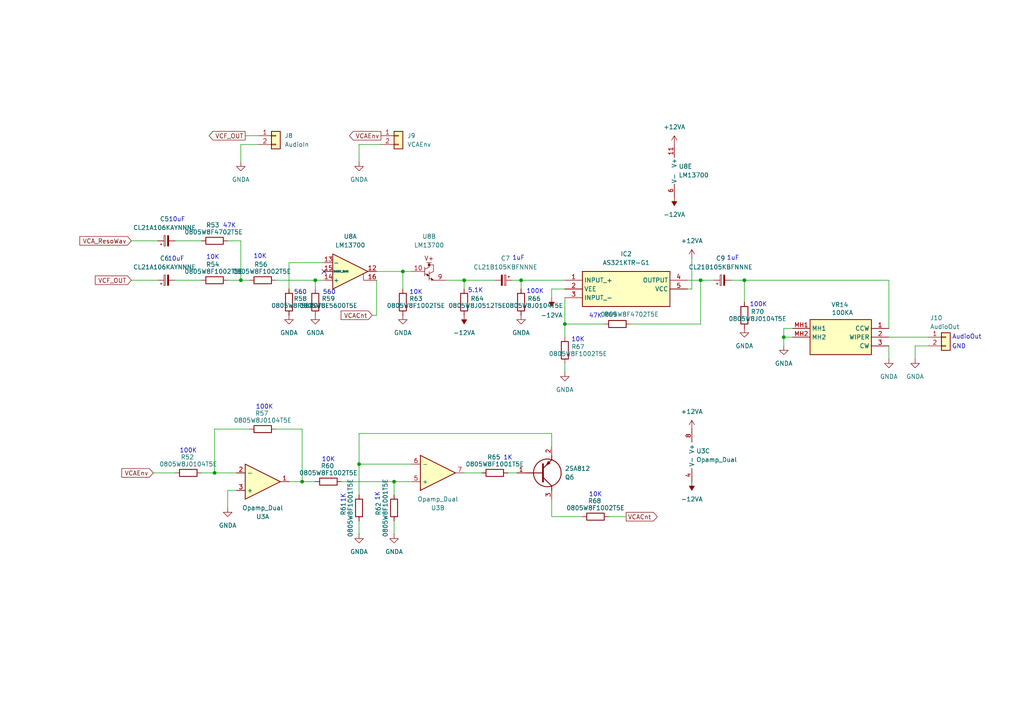
<source format=kicad_sch>
(kicad_sch (version 20250114) (generator "eeschema") (generator_version "9.0")
  (paper "A4")
  (lib_symbols
    (symbol "Amplifier_Operational:LM13700" (pin_names (offset 0.127))
      (property "Reference" "U" (at 3.81 5.08 0))
      (property "Value" "LM13700" (at 5.08 -5.08 0))
      (symbol "LM13700_1_1"
        (polyline (pts (xy 3.81 -0.635) (xy 3.81 -2.54) (xy 5.08 -2.54)))
        (polyline (pts (xy 5.08 0) (xy -5.08 -5.08) (xy -5.08 5.08) (xy 5.08 0)) (stroke (width 0.254)) (fill (type background)))
        (pin input line (at -7.62 2.54 0) (length 2.54) (name "-") (number "13"))
        (pin input line (at -7.62 0 0) (length 2.54) (name "DIODE_BIAS") (number "15"))
        (pin input line (at -7.62 -2.54 0) (length 2.54) (name "+") (number "14"))
        (pin output line (at 7.62 0 180) (length 2.54) (name "~") (number "12"))
        (pin input line (at 7.62 -2.54 180) (length 2.54) (name "~") (number "16"))
      )
      (symbol "LM13700_2_0"
        (polyline (pts (xy -1.905 2.54) (xy -3.175 2.54)))
      )
      (symbol "LM13700_2_1"
        (polyline (pts (xy -3.81 1.27) (xy -3.81 -1.27)))
        (polyline (pts (xy -3.81 0.635) (xy -2.54 1.27) (xy -2.54 1.905) (xy -2.54 2.54)))
        (polyline (pts (xy -3.81 -0.635) (xy -2.54 -1.27)))
        (circle (center -2.54 1.905) (radius 0.254) (stroke (width 0.254)) (fill (type outline)))
        (polyline (pts (xy -2.54 0) (xy -2.54 -2.54)))
        (polyline (pts (xy -2.54 -0.635) (xy -1.27 0) (xy -1.27 1.905) (xy -2.54 1.905)))
        (polyline (pts (xy -2.54 -1.27) (xy -3.175 -0.635) (xy -3.175 -1.27) (xy -2.54 -1.27)) (fill (type outline)))
        (polyline (pts (xy -2.54 -1.905) (xy -1.27 -2.54)))
        (polyline (pts (xy -1.27 -2.54) (xy -1.905 -1.905) (xy -1.905 -2.54) (xy -1.27 -2.54)) (fill (type outline)))
        (text "V+" (at -2.54 3.81 0) (effects (font (size 1.27 1.27))))
        (pin input line (at -7.62 0 0) (length 3.81) (name "~") (number "10"))
        (pin output line (at 2.54 -2.54 180) (length 3.81) (name "~") (number "9"))
      )
      (symbol "LM13700_3_1"
        (polyline (pts (xy 3.81 -0.635) (xy 3.81 -2.54) (xy 5.08 -2.54)))
        (polyline (pts (xy 5.08 0) (xy -5.08 -5.08) (xy -5.08 5.08) (xy 5.08 0)) (stroke (width 0.254)) (fill (type background)))
        (pin input line (at -7.62 2.54 0) (length 2.54) (name "-") (number "4"))
        (pin input line (at -7.62 0 0) (length 2.54) (name "DIODE_BIAS") (number "2"))
        (pin input line (at -7.62 -2.54 0) (length 2.54) (name "+") (number "3"))
        (pin output line (at 7.62 0 180) (length 2.54) (name "~") (number "5"))
        (pin input line (at 7.62 -2.54 180) (length 2.54) (name "~") (number "1"))
      )
      (symbol "LM13700_4_0"
        (polyline (pts (xy -3.175 2.54) (xy -1.905 2.54)))
        (text "V+" (at -2.54 3.81 0) (effects (font (size 1.27 1.27))))
      )
      (symbol "LM13700_4_1"
        (polyline (pts (xy -3.81 1.27) (xy -3.81 -1.27)))
        (polyline (pts (xy -3.81 0.635) (xy -2.54 1.27) (xy -2.54 2.54)))
        (polyline (pts (xy -3.81 -0.635) (xy -2.54 -1.27)))
        (circle (center -2.54 1.905) (radius 0.254) (stroke (width 0.254)) (fill (type outline)))
        (polyline (pts (xy -2.54 0) (xy -2.54 -2.54)))
        (polyline (pts (xy -2.54 -0.635) (xy -1.27 0) (xy -1.27 1.905) (xy -2.54 1.905)))
        (polyline (pts (xy -2.54 -1.27) (xy -3.175 -0.635) (xy -3.175 -1.27) (xy -2.54 -1.27)) (fill (type outline)))
        (polyline (pts (xy -2.54 -1.905) (xy -1.27 -2.54)))
        (polyline (pts (xy -1.27 -2.54) (xy -1.905 -1.905) (xy -1.905 -2.54) (xy -1.27 -2.54)) (fill (type outline)))
        (pin input line (at -7.62 0 0) (length 3.81) (name "~") (number "7"))
        (pin output line (at 2.54 -2.54 180) (length 3.81) (name "~") (number "8"))
      )
      (symbol "LM13700_5_1"
        (pin power_in line (at -2.54 7.62 270) (length 3.81) (name "V+") (number "11"))
        (pin power_in line (at -2.54 -7.62 90) (length 3.81) (name "V-") (number "6"))
      )
    )
    (symbol "Connector_Generic:Conn_01x02" (pin_names (offset 1.016) (hide yes))
      (property "Reference" "J" (at 0 2.54 0))
      (property "Value" "Conn_01x02" (at 0 -5.08 0))
      (symbol "Conn_01x02_1_1"
        (rectangle (start -1.27 1.27) (end 1.27 -3.81) (stroke (width 0.254)) (fill (type background)))
        (rectangle (start -1.27 0.127) (end 0 -0.127) (stroke (width 0.1524)))
        (rectangle (start -1.27 -2.413) (end 0 -2.667) (stroke (width 0.1524)))
        (pin passive line (at -5.08 0 0) (length 3.81) (name "Pin_1") (number "1"))
        (pin passive line (at -5.08 -2.54 0) (length 3.81) (name "Pin_2") (number "2"))
      )
    )
    (symbol "Device:C_Polarized_Small" (pin_numbers (hide yes)) (pin_names (offset 0.254) (hide yes))
      (property "Reference" "C" (at 0.254 1.778 0))
      (property "Value" "C_Polarized_Small" (at 0.254 -2.032 0))
      (symbol "C_Polarized_Small_0_1"
        (rectangle (start -1.524 0.6858) (end 1.524 0.3048))
        (rectangle (start -1.524 -0.3048) (end 1.524 -0.6858) (fill (type outline)))
        (polyline (pts (xy -1.27 1.524) (xy -0.762 1.524)))
        (polyline (pts (xy -1.016 1.27) (xy -1.016 1.778)))
      )
      (symbol "C_Polarized_Small_1_1"
        (pin passive line (at 0 2.54 270) (length 1.8542) (name "~") (number "1"))
        (pin passive line (at 0 -2.54 90) (length 1.8542) (name "~") (number "2"))
      )
    )
    (symbol "Device:Opamp_Dual"
      (property "Reference" "U" (at 0 5.08 0))
      (property "Value" "Opamp_Dual" (at 0 -5.08 0))
      (symbol "Opamp_Dual_1_1"
        (polyline (pts (xy -5.08 5.08) (xy 5.08 0) (xy -5.08 -5.08) (xy -5.08 5.08)) (stroke (width 0.254)) (fill (type background)))
        (pin input line (at -7.62 2.54 0) (length 2.54) (name "+") (number "3"))
        (pin input line (at -7.62 -2.54 0) (length 2.54) (name "-") (number "2"))
        (pin output line (at 7.62 0 180) (length 2.54) (name "~") (number "1"))
      )
      (symbol "Opamp_Dual_2_1"
        (polyline (pts (xy -5.08 5.08) (xy 5.08 0) (xy -5.08 -5.08) (xy -5.08 5.08)) (stroke (width 0.254)) (fill (type background)))
        (pin input line (at -7.62 2.54 0) (length 2.54) (name "+") (number "5"))
        (pin input line (at -7.62 -2.54 0) (length 2.54) (name "-") (number "6"))
        (pin output line (at 7.62 0 180) (length 2.54) (name "~") (number "7"))
      )
      (symbol "Opamp_Dual_3_1"
        (pin power_in line (at -2.54 7.62 270) (length 3.81) (name "V+") (number "8"))
        (pin power_in line (at -2.54 -7.62 90) (length 3.81) (name "V-") (number "4"))
      )
    )
    (symbol "Device:R" (pin_numbers (hide yes)) (pin_names (offset 0))
      (property "Reference" "R" (at 2.032 0 90))
      (property "Value" "R" (at 0 0 90))
      (symbol "R_0_1"
        (rectangle (start -1.016 -2.54) (end 1.016 2.54) (stroke (width 0.254)))
      )
      (symbol "R_1_1"
        (pin passive line (at 0 3.81 270) (length 1.27) (name "~") (number "1"))
        (pin passive line (at 0 -3.81 90) (length 1.27) (name "~") (number "2"))
      )
    )
    (symbol "SamacSys_Parts:2SA812" (pin_names (hide yes))
      (property "Reference" "Q" (at 13.97 1.27 0))
      (property "Value" "2SA812" (at 13.97 -1.27 0))
      (symbol "2SA812_1_1"
        (polyline (pts (xy 2.54 0) (xy 7.62 0)) (stroke (width 0.254)))
        (polyline (pts (xy 7.62 2.54) (xy 7.62 -2.54)) (stroke (width 0.508)))
        (polyline (pts (xy 7.62 1.27) (xy 10.16 3.81)) (stroke (width 0.254)))
        (polyline (pts (xy 7.62 -1.27) (xy 10.16 -3.81)) (stroke (width 0.254)))
        (circle (center 8.89 0) (radius 4.016) (stroke (width 0.254)))
        (polyline (pts (xy 9.652 -2.794) (xy 9.144 -3.302) (xy 8.636 -2.286) (xy 9.652 -2.794)) (stroke (width 0.254)) (fill (type outline)))
        (polyline (pts (xy 10.16 3.81) (xy 10.16 5.08)) (stroke (width 0.254)))
        (polyline (pts (xy 10.16 -3.81) (xy 10.16 -5.08)) (stroke (width 0.254)))
        (pin passive line (at 0 0 0) (length 2.54) (name "B") (number "1"))
        (pin passive line (at 10.16 7.62 270) (length 2.54) (name "C") (number "3"))
        (pin passive line (at 10.16 -7.62 90) (length 2.54) (name "E") (number "2"))
      )
    )
    (symbol "SamacSys_Parts:AS321KTR-E1"
      (property "Reference" "D" (at 31.75 7.62 0))
      (property "Value" "AS321KTR-E1" (at 31.75 5.08 0))
      (symbol "AS321KTR-E1_1_1"
        (rectangle (start 5.08 2.54) (end 30.48 -7.62) (stroke (width 0.254)) (fill (type background)))
        (pin passive line (at 0 0 0) (length 5.08) (name "INPUT_+") (number "1"))
        (pin passive line (at 0 -2.54 0) (length 5.08) (name "VEE") (number "2"))
        (pin passive line (at 0 -5.08 0) (length 5.08) (name "INPUT_-") (number "3"))
        (pin passive line (at 35.56 0 180) (length 5.08) (name "OUTPUT") (number "4"))
        (pin passive line (at 35.56 -2.54 180) (length 5.08) (name "VCC") (number "5"))
      )
    )
    (symbol "SamacSys_Parts:RK09D117000B"
      (property "Reference" "VR" (at 24.13 7.62 0))
      (property "Value" "RK09D117000B" (at 24.13 5.08 0))
      (symbol "RK09D117000B_1_1"
        (rectangle (start 5.08 2.54) (end 22.86 -7.62) (stroke (width 0.254)) (fill (type background)))
        (pin passive line (at 0 0 0) (length 5.08) (name "CCW") (number "1"))
        (pin passive line (at 0 -2.54 0) (length 5.08) (name "WIPER") (number "2"))
        (pin passive line (at 0 -5.08 0) (length 5.08) (name "CW") (number "3"))
        (pin passive line (at 27.94 0 180) (length 5.08) (name "MH1") (number "MH1"))
        (pin passive line (at 27.94 -2.54 180) (length 5.08) (name "MH2") (number "MH2"))
      )
    )
    (symbol "power:+12VA" (power) (pin_numbers (hide yes)) (pin_names (offset 0) (hide yes))
      (property "Value" "+12VA" (at 0 3.556 0))
      (symbol "+12VA_0_1"
        (polyline (pts (xy -0.762 1.27) (xy 0 2.54)))
        (polyline (pts (xy 0 2.54) (xy 0.762 1.27)))
        (polyline (pts (xy 0 0) (xy 0 2.54)))
      )
      (symbol "+12VA_1_1"
        (pin power_in line (at 0 0 90) (length 0) (name "~") (number "1"))
      )
    )
    (symbol "power:-12VA" (power) (pin_numbers (hide yes)) (pin_names (offset 0) (hide yes))
      (property "Value" "-12VA" (at 0 3.556 0))
      (symbol "-12VA_0_0"
        (pin power_in line (at 0 0 90) (length 0) (name "~") (number "1"))
      )
      (symbol "-12VA_0_1"
        (polyline (pts (xy 0 0) (xy 0 1.27) (xy 0.762 1.27) (xy 0 2.54) (xy -0.762 1.27) (xy 0 1.27)) (fill (type outline)))
      )
    )
    (symbol "power:GNDA" (power) (pin_numbers (hide yes)) (pin_names (offset 0) (hide yes))
      (property "Value" "GNDA" (at 0 -3.81 0))
      (symbol "GNDA_0_1"
        (polyline (pts (xy 0 0) (xy 0 -1.27) (xy 1.27 -1.27) (xy 0 -2.54) (xy -1.27 -1.27) (xy 0 -1.27)))
      )
      (symbol "GNDA_1_1"
        (pin power_in line (at 0 0 270) (length 0) (name "~") (number "1"))
      )
    )
  )
  (text "10K" (at 61.722 74.676 0) (effects (font (size 1.27 1.27))))
  (text "10K" (at 95.25 133.35 0) (effects (font (size 1.27 1.27))))
  (text "10K" (at 172.72 143.51 0) (effects (font (size 1.27 1.27))))
  (text "100K" (at 219.964 88.392 0) (effects (font (size 1.27 1.27))))
  (text "47K" (at 66.548 65.532 0) (effects (font (size 1.27 1.27))))
  (text "1uF" (at 212.598 74.93 0) (effects (font (size 1.27 1.27))))
  (text "10K" (at 167.64 98.552 0) (effects (font (size 1.27 1.27))))
  (text "10uF" (at 51.308 63.754 0) (effects (font (size 1.27 1.27))))
  (text "10uF" (at 51.054 75.184 0) (effects (font (size 1.27 1.27))))
  (text "100K" (at 155.194 84.582 0) (effects (font (size 1.27 1.27))))
  (text "5.1K" (at 137.922 84.328 0) (effects (font (size 1.27 1.27))))
  (text "560" (at 87.122 84.836 0) (effects (font (size 1.27 1.27))))
  (text "100K" (at 76.708 118.11 0) (effects (font (size 1.27 1.27))))
  (text "100K" (at 54.61 130.81 0) (effects (font (size 1.27 1.27))))
  (text "10K" (at 75.438 74.422 0) (effects (font (size 1.27 1.27))))
  (text "1K" (at 109.474 144.018 90) (effects (font (size 1.27 1.27))))
  (text "560" (at 95.504 84.836 0) (effects (font (size 1.27 1.27))))
  (text "1K" (at 147.32 132.842 0) (effects (font (size 1.27 1.27))))
  (text "GND" (at 278.13 100.584 0) (effects (font (size 1.27 1.27))))
  (text "1uF" (at 150.368 74.93 0) (effects (font (size 1.27 1.27))))
  (text "47K" (at 172.72 91.694 0) (effects (font (size 1.27 1.27))))
  (text "10K" (at 120.65 84.836 0) (effects (font (size 1.27 1.27))))
  (text "1K" (at 99.568 144.526 90) (effects (font (size 1.27 1.27))))
  (text "AudioOut" (at 280.416 97.79 0) (effects (font (size 1.27 1.27))))
  (junction (at 62.23 137.16))
  (junction (at 116.84 78.74))
  (junction (at 215.9 81.28))
  (junction (at 163.83 93.98))
  (junction (at 104.14 134.62))
  (junction (at 203.2 81.28))
  (junction (at 91.44 81.28))
  (junction (at 87.63 139.7))
  (junction (at 227.33 97.79))
  (junction (at 69.85 81.28))
  (junction (at 134.62 81.28))
  (junction (at 151.13 81.28))
  (junction (at 114.3 139.7))
  (no_connect (at 93.98 78.74))
  (wire (pts (xy 80.01 124.46) (xy 87.63 124.46)))
  (wire (pts (xy 163.83 86.36) (xy 163.83 93.98)))
  (wire (pts (xy 160.02 83.82) (xy 160.02 86.36)))
  (wire (pts (xy 72.39 124.46) (xy 62.23 124.46)))
  (wire (pts (xy 200.66 83.82) (xy 199.39 83.82)))
  (wire (pts (xy 50.8 81.28) (xy 58.42 81.28)))
  (wire (pts (xy 104.14 125.73) (xy 104.14 134.62)))
  (wire (pts (xy 229.87 97.79) (xy 227.33 97.79)))
  (wire (pts (xy 215.9 81.28) (xy 215.9 87.63)))
  (wire (pts (xy 69.85 81.28) (xy 72.39 81.28)))
  (wire (pts (xy 109.22 91.44) (xy 107.95 91.44)))
  (wire (pts (xy 66.04 142.24) (xy 66.04 147.32)))
  (wire (pts (xy 229.87 95.25) (xy 227.33 95.25)))
  (wire (pts (xy 87.63 139.7) (xy 91.44 139.7)))
  (wire (pts (xy 50.8 69.85) (xy 58.42 69.85)))
  (wire (pts (xy 203.2 81.28) (xy 203.2 93.98)))
  (wire (pts (xy 212.09 81.28) (xy 215.9 81.28)))
  (wire (pts (xy 134.62 81.28) (xy 143.51 81.28)))
  (wire (pts (xy 91.44 81.28) (xy 80.01 81.28)))
  (wire (pts (xy 62.23 124.46) (xy 62.23 137.16)))
  (wire (pts (xy 62.23 137.16) (xy 68.58 137.16)))
  (wire (pts (xy 114.3 139.7) (xy 114.3 143.51)))
  (wire (pts (xy 114.3 151.13) (xy 114.3 154.94)))
  (wire (pts (xy 148.59 81.28) (xy 151.13 81.28)))
  (wire (pts (xy 163.83 93.98) (xy 163.83 97.79)))
  (wire (pts (xy 215.9 81.28) (xy 257.81 81.28)))
  (wire (pts (xy 160.02 125.73) (xy 160.02 129.54)))
  (wire (pts (xy 199.39 81.28) (xy 203.2 81.28)))
  (wire (pts (xy 176.53 149.86) (xy 181.61 149.86)))
  (wire (pts (xy 58.42 137.16) (xy 62.23 137.16)))
  (wire (pts (xy 93.98 76.2) (xy 83.82 76.2)))
  (wire (pts (xy 200.66 74.93) (xy 200.66 83.82)))
  (wire (pts (xy 257.81 81.28) (xy 257.81 95.25)))
  (wire (pts (xy 116.84 83.82) (xy 116.84 78.74)))
  (wire (pts (xy 160.02 125.73) (xy 104.14 125.73)))
  (wire (pts (xy 134.62 81.28) (xy 134.62 83.82)))
  (wire (pts (xy 104.14 134.62) (xy 119.38 134.62)))
  (wire (pts (xy 257.81 97.79) (xy 269.24 97.79)))
  (wire (pts (xy 116.84 78.74) (xy 119.38 78.74)))
  (wire (pts (xy 71.12 39.37) (xy 74.93 39.37)))
  (wire (pts (xy 91.44 81.28) (xy 93.98 81.28)))
  (wire (pts (xy 74.93 41.91) (xy 69.85 41.91)))
  (wire (pts (xy 160.02 144.78) (xy 160.02 149.86)))
  (wire (pts (xy 265.43 100.33) (xy 265.43 104.14)))
  (wire (pts (xy 104.14 143.51) (xy 104.14 134.62)))
  (wire (pts (xy 151.13 81.28) (xy 151.13 83.82)))
  (wire (pts (xy 69.85 41.91) (xy 69.85 46.99)))
  (wire (pts (xy 203.2 93.98) (xy 182.88 93.98)))
  (wire (pts (xy 109.22 81.28) (xy 109.22 91.44)))
  (wire (pts (xy 66.04 81.28) (xy 69.85 81.28)))
  (wire (pts (xy 129.54 81.28) (xy 134.62 81.28)))
  (wire (pts (xy 38.1 81.28) (xy 45.72 81.28)))
  (wire (pts (xy 163.83 93.98) (xy 175.26 93.98)))
  (wire (pts (xy 91.44 81.28) (xy 91.44 83.82)))
  (wire (pts (xy 44.45 137.16) (xy 50.8 137.16)))
  (wire (pts (xy 38.1 69.85) (xy 45.72 69.85)))
  (wire (pts (xy 66.04 69.85) (xy 69.85 69.85)))
  (wire (pts (xy 110.49 41.91) (xy 104.14 41.91)))
  (wire (pts (xy 87.63 139.7) (xy 87.63 124.46)))
  (wire (pts (xy 151.13 81.28) (xy 163.83 81.28)))
  (wire (pts (xy 163.83 83.82) (xy 160.02 83.82)))
  (wire (pts (xy 269.24 100.33) (xy 265.43 100.33)))
  (wire (pts (xy 227.33 97.79) (xy 227.33 100.33)))
  (wire (pts (xy 66.04 142.24) (xy 68.58 142.24)))
  (wire (pts (xy 83.82 139.7) (xy 87.63 139.7)))
  (wire (pts (xy 99.06 139.7) (xy 114.3 139.7)))
  (wire (pts (xy 83.82 76.2) (xy 83.82 83.82)))
  (wire (pts (xy 203.2 81.28) (xy 207.01 81.28)))
  (wire (pts (xy 227.33 95.25) (xy 227.33 97.79)))
  (wire (pts (xy 109.22 78.74) (xy 116.84 78.74)))
  (wire (pts (xy 104.14 41.91) (xy 104.14 46.99)))
  (wire (pts (xy 69.85 69.85) (xy 69.85 81.28)))
  (wire (pts (xy 104.14 151.13) (xy 104.14 154.94)))
  (wire (pts (xy 134.62 137.16) (xy 139.7 137.16)))
  (wire (pts (xy 163.83 105.41) (xy 163.83 107.95)))
  (wire (pts (xy 257.81 100.33) (xy 257.81 104.14)))
  (wire (pts (xy 147.32 137.16) (xy 149.86 137.16)))
  (wire (pts (xy 160.02 149.86) (xy 168.91 149.86)))
  (wire (pts (xy 119.38 139.7) (xy 114.3 139.7)))
  (global_label "VCA_ResoWav" (shape input) (at 38.1 69.85 180) (property "Intersheetrefs" "${INTERSHEET_REFS}" (effects (hide yes))))
  (global_label "VCACnt" (shape input) (at 107.95 91.44 180) (property "Intersheetrefs" "${INTERSHEET_REFS}" (effects (hide yes))))
  (global_label "VCF_OUT" (shape output) (at 71.12 39.37 180) (property "Intersheetrefs" "${INTERSHEET_REFS}" (effects (hide yes))))
  (global_label "VCACnt" (shape output) (at 181.61 149.86 0) (property "Intersheetrefs" "${INTERSHEET_REFS}" (effects (hide yes))))
  (global_label "VCF_OUT" (shape input) (at 38.1 81.28 180) (property "Intersheetrefs" "${INTERSHEET_REFS}" (effects (hide yes))))
  (global_label "VCAEnv" (shape output) (at 110.49 39.37 180) (property "Intersheetrefs" "${INTERSHEET_REFS}" (effects (hide yes))))
  (global_label "VCAEnv" (shape input) (at 44.45 137.16 180) (property "Intersheetrefs" "${INTERSHEET_REFS}" (effects (hide yes))))
  (symbol (lib_id "Device:R") (at 91.44 87.63 0) (mirror x) (unit 1)
    (property "Reference" "R59" (at 95.25 86.614 0))
    (property "Value" "0805W8F5600T5E" (at 95.25 88.646 0))
    (property "Footprint" "Resistor_SMD:R_0805_2012Metric_Pad1.20x1.40mm_HandSolder" (effects (hide yes)))
    (property "Description" "Resistor" (effects (hide yes)))
  )
  (symbol (lib_id "Device:C_Polarized_Small") (at 48.26 81.28 90) (unit 1)
    (property "Reference" "C6" (at 47.7139 74.93 90))
    (property "Value" "CL21A106KAYNNNE" (at 47.7139 77.47 90))
    (property "Footprint" "Capacitor_SMD:C_0805_2012Metric_Pad1.18x1.45mm_HandSolder" (effects (hide yes)))
    (property "Description" "Polarized capacitor, small symbol" (effects (hide yes)))
  )
  (symbol (lib_id "Device:R") (at 83.82 87.63 0) (mirror x) (unit 1)
    (property "Reference" "R58" (at 87.122 86.614 0))
    (property "Value" "0805W8F5600T5E" (at 87.122 88.646 0))
    (property "Footprint" "Resistor_SMD:R_0805_2012Metric_Pad1.20x1.40mm_HandSolder" (effects (hide yes)))
    (property "Description" "Resistor" (effects (hide yes)))
  )
  (symbol (lib_id "power:+12VA") (at 195.58 41.91 0) (unit 1)
    (property "Reference" "#PWR0124" (effects (hide yes)))
    (property "Value" "+12VA" (at 195.58 36.83 0))
    (property "Description" "Power symbol creates a global label with name \"+12VA\"" (effects (hide yes)))
  )
  (symbol (lib_id "power:GNDA") (at 265.43 104.14 0) (unit 1)
    (property "Reference" "#PWR0126" (effects (hide yes)))
    (property "Value" "GNDA" (at 265.43 109.22 0))
    (property "Description" "Power symbol creates a global label with name \"GNDA\" , analog ground" (effects (hide yes)))
  )
  (symbol (lib_id "Device:R") (at 76.2 124.46 90) (unit 1)
    (property "Reference" "R57" (at 75.946 119.888 90))
    (property "Value" "0805W8J0104T5E" (at 76.2 121.92 90))
    (property "Footprint" "Resistor_SMD:R_0805_2012Metric_Pad1.20x1.40mm_HandSolder" (effects (hide yes)))
    (property "Description" "Resistor" (effects (hide yes)))
  )
  (symbol (lib_id "SamacSys_Parts:AS321KTR-E1") (at 163.83 81.28 0) (unit 1)
    (property "Reference" "IC2" (at 181.61 73.66 0))
    (property "Value" "AS321KTR-G1" (at 181.61 76.2 0))
    (property "Footprint" "SamacSys_parts:SOT95P282X145-5N" (effects (hide yes)))
    (property "Datasheet" "https://www.diodes.com//assets/Datasheets/AS321.pdf" (effects (hide yes)))
    (property "Description" "Excellent Phase Margin: 60 deg.  Large Voltage Gain: 100dB (Typical)  Low Input Bias Current: 20nA (Typical)  Low Input Offset Voltage: 2mV (Typical)  Low Supply Current: 0.35mA at VCC = 5V  Wide Power Supply Voltage:  Single Supply: 3V to 36V  Dual Supplies: +/-1.5V to +/-18V  Wide Input Common Mode Voltage Range: 0V to VCC-1.5V  Lead-Free Packages: SOT25  Totally Lead-Free; RoHS Compliant (Notes 1 & 2)  Lead-Free Packages, Available in Green Molding Compound: SOT25  Totally Lead-F" (effects (hide yes)))
    (property "Height" "1.45" (effects (hide yes)))
    (property "Manufacturer_Name" "Diodes Incorporated" (effects (hide yes)))
    (property "Manufacturer_Part_Number" "AS321KTR-E1" (effects (hide yes)))
    (property "Mouser Part Number" "621-AS321KTR-E1" (effects (hide yes)))
    (property "Mouser Price/Stock" "https://www.mouser.co.uk/ProductDetail/Diodes-Incorporated/AS321KTR-E1?qs=5V6w%252Be2aIqbJH6DETpx4Lw%3D%3D" (effects (hide yes)))
    (property "Arrow Part Number" "AS321KTR-E1" (effects (hide yes)))
    (property "Arrow Price/Stock" "https://www.arrow.com/en/products/as321ktr-e1/diodes-incorporated?region=nac" (effects (hide yes)))
  )
  (symbol (lib_id "Device:R") (at 62.23 81.28 270) (mirror x) (unit 1)
    (property "Reference" "R54" (at 61.722 76.708 90))
    (property "Value" "0805W8F1002T5E" (at 61.976 78.74 90))
    (property "Footprint" "Resistor_SMD:R_0805_2012Metric_Pad1.20x1.40mm_HandSolder" (effects (hide yes)))
    (property "Description" "Resistor" (effects (hide yes)))
  )
  (symbol (lib_id "power:GNDA") (at 215.9 95.25 0) (mirror y) (unit 1)
    (property "Reference" "#PWR0122" (effects (hide yes)))
    (property "Value" "GNDA" (at 215.9 100.33 0))
    (property "Description" "Power symbol creates a global label with name \"GNDA\" , analog ground" (effects (hide yes)))
  )
  (symbol (lib_id "Device:R") (at 116.84 87.63 0) (mirror x) (unit 1)
    (property "Reference" "R63" (at 120.65 86.614 0))
    (property "Value" "0805W8F1002T5E" (at 120.65 88.646 0))
    (property "Footprint" "Resistor_SMD:R_0805_2012Metric_Pad1.20x1.40mm_HandSolder" (effects (hide yes)))
    (property "Description" "Resistor" (effects (hide yes)))
  )
  (symbol (lib_id "power:GNDA") (at 163.83 107.95 0) (mirror y) (unit 1)
    (property "Reference" "#PWR0121" (effects (hide yes)))
    (property "Value" "GNDA" (at 163.83 113.03 0))
    (property "Description" "Power symbol creates a global label with name \"GNDA\" , analog ground" (effects (hide yes)))
  )
  (symbol (lib_id "Device:R") (at 114.3 147.32 180) (unit 1)
    (property "Reference" "R62" (at 109.728 147.574 90))
    (property "Value" "0805W8F1001T5E" (at 111.76 147.32 90))
    (property "Footprint" "Resistor_SMD:R_0805_2012Metric_Pad1.20x1.40mm_HandSolder" (effects (hide yes)))
    (property "Description" "Resistor" (effects (hide yes)))
  )
  (symbol (lib_id "Connector_Generic:Conn_01x02") (at 274.32 97.79 0) (unit 1)
    (property "Reference" "J10" (at 269.748 92.202 0) (effects (justify left)))
    (property "Value" "AudioOut" (at 269.748 94.742 0) (effects (justify left)))
    (property "Footprint" "Connector_PinHeader_2.54mm:PinHeader_1x02_P2.54mm_Vertical" (effects (hide yes)))
    (property "Description" "Generic connector, single row, 01x02, script generated (kicad-library-utils/schlib/autogen/connector/)" (effects (hide yes)))
  )
  (symbol (lib_id "power:GNDA") (at 257.81 104.14 0) (unit 1)
    (property "Reference" "#PWR0125" (effects (hide yes)))
    (property "Value" "GNDA" (at 257.81 109.22 0))
    (property "Description" "Power symbol creates a global label with name \"GNDA\" , analog ground" (effects (hide yes)))
  )
  (symbol (lib_id "power:GNDA") (at 104.14 46.99 0) (mirror y) (unit 1)
    (property "Reference" "#PWR0115" (effects (hide yes)))
    (property "Value" "GNDA" (at 104.14 52.07 0))
    (property "Description" "Power symbol creates a global label with name \"GNDA\" , analog ground" (effects (hide yes)))
  )
  (symbol (lib_id "power:GNDA") (at 151.13 91.44 0) (mirror y) (unit 1)
    (property "Reference" "#PWR0120" (effects (hide yes)))
    (property "Value" "GNDA" (at 151.13 96.52 0))
    (property "Description" "Power symbol creates a global label with name \"GNDA\" , analog ground" (effects (hide yes)))
  )
  (symbol (lib_id "Device:R") (at 163.83 101.6 0) (mirror x) (unit 1)
    (property "Reference" "R67" (at 167.64 100.584 0))
    (property "Value" "0805W8F1002T5E" (at 167.64 102.616 0))
    (property "Footprint" "Resistor_SMD:R_0805_2012Metric_Pad1.20x1.40mm_HandSolder" (effects (hide yes)))
    (property "Description" "Resistor" (effects (hide yes)))
  )
  (symbol (lib_id "Device:R") (at 54.61 137.16 90) (unit 1)
    (property "Reference" "R52" (at 54.356 132.588 90))
    (property "Value" "0805W8J0104T5E" (at 54.61 134.62 90))
    (property "Footprint" "Resistor_SMD:R_0805_2012Metric_Pad1.20x1.40mm_HandSolder" (effects (hide yes)))
    (property "Description" "Resistor" (effects (hide yes)))
  )
  (symbol (lib_id "Device:R") (at 143.51 137.16 90) (unit 1)
    (property "Reference" "R65" (at 143.256 132.588 90))
    (property "Value" "0805W8F1001T5E" (at 143.51 134.62 90))
    (property "Footprint" "Resistor_SMD:R_0805_2012Metric_Pad1.20x1.40mm_HandSolder" (effects (hide yes)))
    (property "Description" "Resistor" (effects (hide yes)))
  )
  (symbol (lib_id "Device:C_Polarized_Small") (at 209.55 81.28 90) (unit 1)
    (property "Reference" "C9" (at 209.0039 74.93 90))
    (property "Value" "CL21B105KBFNNNE" (at 209.0039 77.47 90))
    (property "Footprint" "Capacitor_SMD:C_0805_2012Metric_Pad1.18x1.45mm_HandSolder" (effects (hide yes)))
    (property "Description" "Polarized capacitor, small symbol" (effects (hide yes)))
  )
  (symbol (lib_id "power:-12VA") (at 134.62 91.44 180) (unit 1)
    (property "Reference" "#PWR0119" (effects (hide yes)))
    (property "Value" "-12VA" (at 134.62 96.52 0))
    (property "Description" "Power symbol creates a global label with name \"-12VA\"" (effects (hide yes)))
  )
  (symbol (lib_id "Device:R") (at 179.07 93.98 270) (mirror x) (unit 1)
    (property "Reference" "R69" (at 177.038 91.186 90))
    (property "Value" "0805W8F4702T5E" (at 182.626 91.186 90))
    (property "Footprint" "Resistor_SMD:R_0805_2012Metric_Pad1.20x1.40mm_HandSolder" (effects (hide yes)))
    (property "Description" "Resistor" (effects (hide yes)))
  )
  (symbol (lib_id "Device:R") (at 95.25 139.7 90) (unit 1)
    (property "Reference" "R60" (at 94.996 135.128 90))
    (property "Value" "0805W8F1002T5E" (at 95.25 137.16 90))
    (property "Footprint" "Resistor_SMD:R_0805_2012Metric_Pad1.20x1.40mm_HandSolder" (effects (hide yes)))
    (property "Description" "Resistor" (effects (hide yes)))
  )
  (symbol (lib_id "Device:R") (at 134.62 87.63 0) (mirror x) (unit 1)
    (property "Reference" "R64" (at 138.43 86.614 0))
    (property "Value" "0805W8J0512T5E" (at 138.43 88.646 0))
    (property "Footprint" "Resistor_SMD:R_0805_2012Metric_Pad1.20x1.40mm_HandSolder" (effects (hide yes)))
    (property "Description" "Resistor" (effects (hide yes)))
  )
  (symbol (lib_id "power:GNDA") (at 91.44 91.44 0) (mirror y) (unit 1)
    (property "Reference" "#PWR0114" (effects (hide yes)))
    (property "Value" "GNDA" (at 91.44 96.52 0))
    (property "Description" "Power symbol creates a global label with name \"GNDA\" , analog ground" (effects (hide yes)))
  )
  (symbol (lib_id "Device:C_Polarized_Small") (at 48.26 69.85 90) (unit 1)
    (property "Reference" "C5" (at 47.7139 63.5 90))
    (property "Value" "CL21A106KAYNNNE" (at 47.7139 66.04 90))
    (property "Footprint" "Capacitor_SMD:C_0805_2012Metric_Pad1.18x1.45mm_HandSolder" (effects (hide yes)))
    (property "Description" "Polarized capacitor, small symbol" (effects (hide yes)))
  )
  (symbol (lib_id "power:-12VA") (at 160.02 86.36 180) (unit 1)
    (property "Reference" "#PWR0161" (effects (hide yes)))
    (property "Value" "-12VA" (at 160.02 91.44 0))
    (property "Description" "Power symbol creates a global label with name \"-12VA\"" (effects (hide yes)))
  )
  (symbol (lib_id "power:+12VA") (at 200.66 74.93 0) (unit 1)
    (property "Reference" "#PWR0160" (effects (hide yes)))
    (property "Value" "+12VA" (at 200.66 69.85 0))
    (property "Description" "Power symbol creates a global label with name \"+12VA\"" (effects (hide yes)))
  )
  (symbol (lib_id "Device:R") (at 76.2 81.28 270) (mirror x) (unit 1)
    (property "Reference" "R56" (at 75.692 76.708 90))
    (property "Value" "0805W8F1002T5E" (at 75.946 78.74 90))
    (property "Footprint" "Resistor_SMD:R_0805_2012Metric_Pad1.20x1.40mm_HandSolder" (effects (hide yes)))
    (property "Description" "Resistor" (effects (hide yes)))
  )
  (symbol (lib_id "power:GNDA") (at 227.33 100.33 0) (unit 1)
    (property "Reference" "#PWR0123" (effects (hide yes)))
    (property "Value" "GNDA" (at 227.33 105.41 0))
    (property "Description" "Power symbol creates a global label with name \"GNDA\" , analog ground" (effects (hide yes)))
  )
  (symbol (lib_id "Device:Opamp_Dual") (at 76.2 139.7 0) (mirror x) (unit 1)
    (property "Reference" "U3" (at 76.2 149.86 0))
    (property "Value" "Opamp_Dual" (at 76.2 147.32 0))
    (property "Footprint" "Package_SO:SOIC-8_3.9x4.9mm_P1.27mm" (effects (hide yes)))
    (property "Description" "Dual operational amplifier" (effects (hide yes)))
    (property "Sim.Library" "${KICAD9_SYMBOL_DIR}/Simulation_SPICE.sp" (effects (hide yes)))
    (property "Sim.Name" "kicad_builtin_opamp_dual" (effects (hide yes)))
    (property "Sim.Device" "SUBCKT" (effects (hide yes)))
    (property "Sim.Pins" "1=out1 2=in1- 3=in1+ 4=vee 5=in2+ 6=in2- 7=out2 8=vcc" (effects (hide yes)))
  )
  (symbol (lib_id "Device:R") (at 172.72 149.86 90) (unit 1)
    (property "Reference" "R68" (at 172.466 145.288 90))
    (property "Value" "0805W8F1002T5E" (at 172.72 147.32 90))
    (property "Footprint" "Resistor_SMD:R_0805_2012Metric_Pad1.20x1.40mm_HandSolder" (effects (hide yes)))
    (property "Description" "Resistor" (effects (hide yes)))
  )
  (symbol (lib_id "power:-12VA") (at 195.58 57.15 180) (unit 1)
    (property "Reference" "#PWR0159" (effects (hide yes)))
    (property "Value" "-12VA" (at 195.58 62.23 0))
    (property "Description" "Power symbol creates a global label with name \"-12VA\"" (effects (hide yes)))
  )
  (symbol (lib_id "Device:C_Polarized_Small") (at 146.05 81.28 270) (unit 1)
    (property "Reference" "C7" (at 146.5961 74.93 90))
    (property "Value" "CL21B105KBFNNNE" (at 146.5961 77.47 90))
    (property "Footprint" "Capacitor_SMD:C_0805_2012Metric_Pad1.18x1.45mm_HandSolder" (effects (hide yes)))
    (property "Description" "Polarized capacitor, small symbol" (effects (hide yes)))
  )
  (symbol (lib_id "power:GNDA") (at 114.3 154.94 0) (unit 1)
    (property "Reference" "#PWR0117" (effects (hide yes)))
    (property "Value" "GNDA" (at 114.3 160.02 0))
    (property "Description" "Power symbol creates a global label with name \"GNDA\" , analog ground" (effects (hide yes)))
  )
  (symbol (lib_id "power:GNDA") (at 66.04 147.32 0) (unit 1)
    (property "Reference" "#PWR0111" (effects (hide yes)))
    (property "Value" "GNDA" (at 66.04 152.4 0))
    (property "Description" "Power symbol creates a global label with name \"GNDA\" , analog ground" (effects (hide yes)))
  )
  (symbol (lib_id "Device:R") (at 104.14 147.32 180) (unit 1)
    (property "Reference" "R61" (at 99.568 147.574 90))
    (property "Value" "0805W8F1001T5E" (at 101.6 147.32 90))
    (property "Footprint" "Resistor_SMD:R_0805_2012Metric_Pad1.20x1.40mm_HandSolder" (effects (hide yes)))
    (property "Description" "Resistor" (effects (hide yes)))
  )
  (symbol (lib_id "power:GNDA") (at 104.14 154.94 0) (unit 1)
    (property "Reference" "#PWR0116" (effects (hide yes)))
    (property "Value" "GNDA" (at 104.14 160.02 0))
    (property "Description" "Power symbol creates a global label with name \"GNDA\" , analog ground" (effects (hide yes)))
  )
  (symbol (lib_id "Device:R") (at 151.13 87.63 0) (mirror x) (unit 1)
    (property "Reference" "R66" (at 154.94 86.614 0))
    (property "Value" "0805W8J0104T5E" (at 154.94 88.646 0))
    (property "Footprint" "Resistor_SMD:R_0805_2012Metric_Pad1.20x1.40mm_HandSolder" (effects (hide yes)))
    (property "Description" "Resistor" (effects (hide yes)))
  )
  (symbol (lib_id "Amplifier_Operational:LM13700") (at 198.12 49.53 0) (unit 5)
    (property "Reference" "U8" (at 196.85 48.2599 0) (effects (justify left)))
    (property "Value" "LM13700" (at 196.85 50.7999 0) (effects (justify left)))
    (property "Footprint" "Package_SO:SOIC-16_3.9x9.9mm_P1.27mm" (effects (hide yes)))
    (property "Datasheet" "http://www.ti.com/lit/ds/symlink/lm13700.pdf" (effects (hide yes)))
    (property "Description" "Dual Operational Transconductance Amplifiers with Linearizing Diodes and Buffers, DIP-16/SOIC-16" (effects (hide yes)))
  )
  (symbol (lib_id "power:GNDA") (at 83.82 91.44 0) (mirror y) (unit 1)
    (property "Reference" "#PWR0113" (effects (hide yes)))
    (property "Value" "GNDA" (at 83.82 96.52 0))
    (property "Description" "Power symbol creates a global label with name \"GNDA\" , analog ground" (effects (hide yes)))
  )
  (symbol (lib_id "Device:R") (at 215.9 91.44 0) (mirror x) (unit 1)
    (property "Reference" "R70" (at 219.71 90.424 0))
    (property "Value" "0805W8J0104T5E" (at 219.71 92.456 0))
    (property "Footprint" "Resistor_SMD:R_0805_2012Metric_Pad1.20x1.40mm_HandSolder" (effects (hide yes)))
    (property "Description" "Resistor" (effects (hide yes)))
  )
  (symbol (lib_id "power:GNDA") (at 116.84 91.44 0) (mirror y) (unit 1)
    (property "Reference" "#PWR0118" (effects (hide yes)))
    (property "Value" "GNDA" (at 116.84 96.52 0))
    (property "Description" "Power symbol creates a global label with name \"GNDA\" , analog ground" (effects (hide yes)))
  )
  (symbol (lib_id "Amplifier_Operational:LM13700") (at 127 78.74 0) (unit 2)
    (property "Reference" "U8" (at 124.46 68.58 0))
    (property "Value" "LM13700" (at 124.46 71.12 0))
    (property "Footprint" "Package_SO:SOIC-16_3.9x9.9mm_P1.27mm" (effects (hide yes)))
    (property "Datasheet" "http://www.ti.com/lit/ds/symlink/lm13700.pdf" (effects (hide yes)))
    (property "Description" "Dual Operational Transconductance Amplifiers with Linearizing Diodes and Buffers, DIP-16/SOIC-16" (effects (hide yes)))
  )
  (symbol (lib_id "power:+12VA") (at 200.66 124.46 0) (unit 1)
    (property "Reference" "#PWR044" (effects (hide yes)))
    (property "Value" "+12VA" (at 200.66 119.38 0))
    (property "Description" "Power symbol creates a global label with name \"+12VA\"" (effects (hide yes)))
  )
  (symbol (lib_id "Device:Opamp_Dual") (at 127 137.16 0) (mirror x) (unit 2)
    (property "Reference" "U3" (at 127 147.32 0))
    (property "Value" "Opamp_Dual" (at 127 144.78 0))
    (property "Footprint" "Package_SO:SOIC-8_3.9x4.9mm_P1.27mm" (effects (hide yes)))
    (property "Description" "Dual operational amplifier" (effects (hide yes)))
    (property "Sim.Library" "${KICAD9_SYMBOL_DIR}/Simulation_SPICE.sp" (effects (hide yes)))
    (property "Sim.Name" "kicad_builtin_opamp_dual" (effects (hide yes)))
    (property "Sim.Device" "SUBCKT" (effects (hide yes)))
    (property "Sim.Pins" "1=out1 2=in1- 3=in1+ 4=vee 5=in2+ 6=in2- 7=out2 8=vcc" (effects (hide yes)))
  )
  (symbol (lib_id "Connector_Generic:Conn_01x02") (at 115.57 39.37 0) (unit 1)
    (property "Reference" "J9" (at 118.11 39.3699 0) (effects (justify left)))
    (property "Value" "VCAEnv" (at 118.11 41.9099 0) (effects (justify left)))
    (property "Footprint" "Connector_PinSocket_2.54mm:PinSocket_1x02_P2.54mm_Vertical" (effects (hide yes)))
    (property "Description" "Generic connector, single row, 01x02, script generated (kicad-library-utils/schlib/autogen/connector/)" (effects (hide yes)))
  )
  (symbol (lib_id "power:GNDA") (at 69.85 46.99 0) (mirror y) (unit 1)
    (property "Reference" "#PWR0112" (effects (hide yes)))
    (property "Value" "GNDA" (at 69.85 52.07 0))
    (property "Description" "Power symbol creates a global label with name \"GNDA\" , analog ground" (effects (hide yes)))
  )
  (symbol (lib_id "SamacSys_Parts:RK09D117000B") (at 257.81 95.25 0) (mirror y) (unit 1)
    (property "Reference" "VR14" (at 243.586 88.392 0))
    (property "Value" "100KA" (at 244.348 90.678 0))
    (property "Footprint" "SamacSys_parts:RK09D117000B" (effects (hide yes)))
    (property "Datasheet" "https://tech.alpsalpine.com/prod/j/html/potentiometer/rotarypotentiometers/rk09k/rk09d117000b.html" (effects (hide yes)))
    (property "Description" "9-inch insulated shaft snap-in type RK09K/RK09D series" (effects (hide yes)))
    (property "Height" "30" (effects (hide yes)))
    (property "Manufacturer_Name" "ALPS Electric" (effects (hide yes)))
    (property "Manufacturer_Part_Number" "RK09D117000B" (effects (hide yes)))
    (property "Mouser Part Number" "688-RK09D117000B" (effects (hide yes)))
    (property "Mouser Price/Stock" "https://www.mouser.co.uk/ProductDetail/Alps-Alpine/RK09D117000B?qs=3cOf6TWd2rbc67829PEbEQ%3D%3D" (effects (hide yes)))
  )
  (symbol (lib_id "Device:R") (at 62.23 69.85 270) (mirror x) (unit 1)
    (property "Reference" "R53" (at 61.722 65.278 90))
    (property "Value" "0805W8F4702T5E" (at 61.976 67.31 90))
    (property "Footprint" "Resistor_SMD:R_0805_2012Metric_Pad1.20x1.40mm_HandSolder" (effects (hide yes)))
    (property "Description" "Resistor" (effects (hide yes)))
  )
  (symbol (lib_id "SamacSys_Parts:2SA812") (at 149.86 137.16 0) (mirror x) (unit 1)
    (property "Reference" "Q6" (at 163.83 138.4301 0) (effects (justify left)))
    (property "Value" "2SA812" (at 163.83 135.8901 0) (effects (justify left)))
    (property "Footprint" "SamacSys_parts:SOT95P240X120-3N" (effects (hide yes)))
    (property "Datasheet" "https://4donline.ihs.com/images/VipMasterIC/IC/GSCC/GSCC-S-A0010612759/GSCC-S-A0010613804-1.pdf?hkey=EF798316E3902B6ED9A73243A3159BB0" (effects (hide yes)))
    (property "Description" "Silicon Epitaxial Planar Transistor,Commplementary to 2SC1623.  High DC current gain:hFE=200typ. (VCE=-6.0V,IC=-1.0mA)  High Voltage: VCEO=-50V." (effects (hide yes)))
    (property "Height" "1.2" (effects (hide yes)))
    (property "Manufacturer_Name" "Galaxy" (effects (hide yes)))
    (property "Manufacturer_Part_Number" "2SA812" (effects (hide yes)))
  )
  (symbol (lib_id "power:-12VA") (at 200.66 139.7 180) (unit 1)
    (property "Reference" "#PWR0166" (effects (hide yes)))
    (property "Value" "-12VA" (at 200.66 144.78 0))
    (property "Description" "Power symbol creates a global label with name \"-12VA\"" (effects (hide yes)))
  )
  (symbol (lib_id "Connector_Generic:Conn_01x02") (at 80.01 39.37 0) (unit 1)
    (property "Reference" "J8" (at 82.55 39.3699 0) (effects (justify left)))
    (property "Value" "AudioIn" (at 82.55 41.9099 0) (effects (justify left)))
    (property "Footprint" "Connector_PinSocket_2.54mm:PinSocket_1x02_P2.54mm_Vertical" (effects (hide yes)))
    (property "Description" "Generic connector, single row, 01x02, script generated (kicad-library-utils/schlib/autogen/connector/)" (effects (hide yes)))
  )
  (symbol (lib_id "Device:Opamp_Dual") (at 203.2 132.08 0) (unit 3)
    (property "Reference" "U3" (at 201.93 130.8099 0) (effects (justify left)))
    (property "Value" "Opamp_Dual" (at 201.93 133.3499 0) (effects (justify left)))
    (property "Footprint" "Package_SO:SOIC-8_3.9x4.9mm_P1.27mm" (effects (hide yes)))
    (property "Description" "Dual operational amplifier" (effects (hide yes)))
    (property "Sim.Library" "${KICAD9_SYMBOL_DIR}/Simulation_SPICE.sp" (effects (hide yes)))
    (property "Sim.Name" "kicad_builtin_opamp_dual" (effects (hide yes)))
    (property "Sim.Device" "SUBCKT" (effects (hide yes)))
    (property "Sim.Pins" "1=out1 2=in1- 3=in1+ 4=vee 5=in2+ 6=in2- 7=out2 8=vcc" (effects (hide yes)))
  )
  (symbol (lib_id "Amplifier_Operational:LM13700") (at 101.6 78.74 0) (unit 1)
    (property "Reference" "U8" (at 101.6 68.58 0))
    (property "Value" "LM13700" (at 101.6 71.12 0))
    (property "Footprint" "Package_SO:SOIC-16_3.9x9.9mm_P1.27mm" (effects (hide yes)))
    (property "Datasheet" "http://www.ti.com/lit/ds/symlink/lm13700.pdf" (effects (hide yes)))
    (property "Description" "Dual Operational Transconductance Amplifiers with Linearizing Diodes and Buffers, DIP-16/SOIC-16" (effects (hide yes)))
  )
)
</source>
